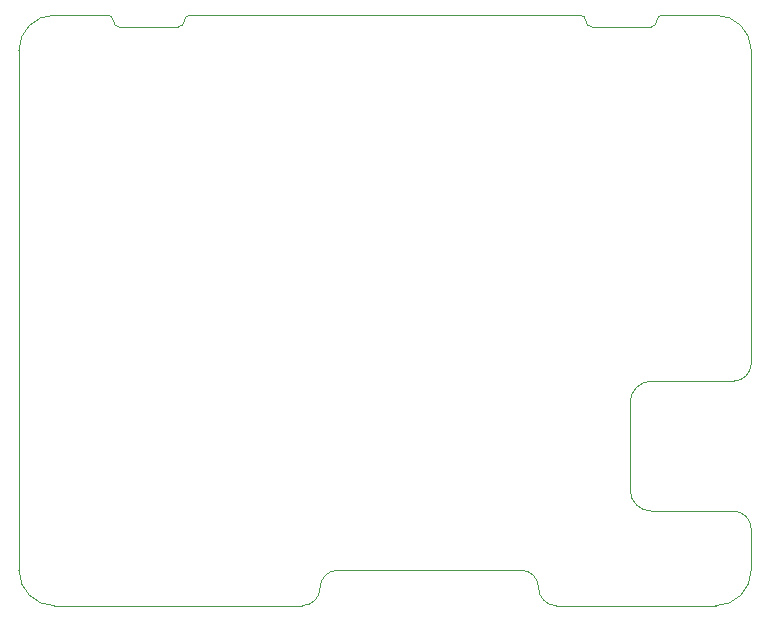
<source format=gbr>
%TF.GenerationSoftware,KiCad,Pcbnew,8.0.8+1*%
%TF.CreationDate,Date%
%TF.ProjectId,LoRa-V3-PCB,4c6f5261-2d56-4332-9d50-43422e6b6963,rev?*%
%TF.SameCoordinates,Original*%
%TF.FileFunction,Profile,NP*%
%FSLAX46Y46*%
G04 Gerber Fmt 4.6, Leading zero omitted, Abs format (unit mm)*
G04 Created by KiCad*
%MOMM*%
%LPD*%
G01*
G04 APERTURE LIST*
%TA.AperFunction,Profile*%
%ADD10C,0.050000*%
%TD*%
%TA.AperFunction,Profile*%
%ADD11C,0.100000*%
%TD*%
G04 APERTURE END LIST*
D10*
X162500000Y-73000000D02*
G75*
G02*
X162000000Y-72500000I0J500000D01*
G01*
D11*
X114000000Y-75000000D02*
X114000000Y-119000000D01*
X167550000Y-114000000D02*
X174500000Y-114000000D01*
D10*
X128500000Y-72000000D02*
X161500000Y-72000000D01*
D11*
X176000000Y-119000000D02*
G75*
G02*
X173000000Y-122000000I-3000000J0D01*
G01*
D10*
X161500000Y-72000000D02*
G75*
G02*
X162000000Y-72500000I0J-500000D01*
G01*
X122500000Y-73000000D02*
G75*
G02*
X122000000Y-72500000I0J500000D01*
G01*
X128000000Y-72500000D02*
G75*
G02*
X128500000Y-72000000I500000J0D01*
G01*
D11*
X176000000Y-115500000D02*
X176000000Y-119000000D01*
D10*
X167500000Y-73000000D02*
X162500000Y-73000000D01*
D11*
X165750000Y-104800000D02*
G75*
G02*
X167550000Y-103000000I1800000J0D01*
G01*
X139500000Y-120500000D02*
G75*
G02*
X138000000Y-122000000I-1500000J0D01*
G01*
X139500000Y-120500000D02*
G75*
G02*
X141000000Y-119000000I1500000J0D01*
G01*
D10*
X122500000Y-73000000D02*
X127500000Y-73000000D01*
X121500000Y-72000000D02*
G75*
G02*
X122000000Y-72500000I0J-500000D01*
G01*
D11*
X176000000Y-101500000D02*
G75*
G02*
X174500000Y-103000000I-1500000J0D01*
G01*
X117000000Y-122000000D02*
G75*
G02*
X114000000Y-119000000I0J3000000D01*
G01*
D10*
X128000000Y-72500000D02*
G75*
G02*
X127500000Y-73000000I-500000J0D01*
G01*
D11*
X156500000Y-119000000D02*
G75*
G02*
X158000000Y-120500000I0J-1500000D01*
G01*
X174500000Y-103000000D02*
X167550000Y-103000000D01*
X159500000Y-122000000D02*
X173000000Y-122000000D01*
X167550000Y-114000000D02*
G75*
G02*
X165750000Y-112200000I0J1800000D01*
G01*
X165750000Y-104800000D02*
X165750000Y-112200000D01*
X173000000Y-72000000D02*
G75*
G02*
X176000000Y-75000000I0J-3000000D01*
G01*
X156500000Y-119000000D02*
X141000000Y-119000000D01*
D10*
X117000000Y-72000000D02*
X121500000Y-72000000D01*
D11*
X176000000Y-75000000D02*
X176000000Y-101500000D01*
D10*
X168000000Y-72500000D02*
G75*
G02*
X167500000Y-73000000I-500000J0D01*
G01*
D11*
X114000000Y-75000000D02*
G75*
G02*
X117000000Y-72000000I3000000J0D01*
G01*
X174500000Y-114000000D02*
G75*
G02*
X176000000Y-115500000I0J-1500000D01*
G01*
X159500000Y-122000000D02*
G75*
G02*
X158000000Y-120500000I0J1500000D01*
G01*
D10*
X168500000Y-72000000D02*
X173000000Y-72000000D01*
X168000000Y-72500000D02*
G75*
G02*
X168500000Y-72000000I500000J0D01*
G01*
D11*
X117000000Y-122000000D02*
X138000000Y-122000000D01*
M02*

</source>
